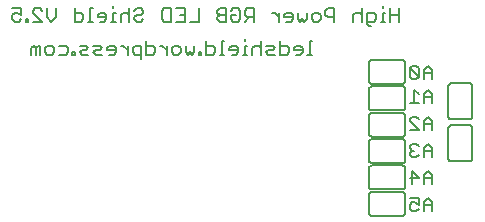
<source format=gbo>
G75*
G70*
%OFA0B0*%
%FSLAX24Y24*%
%IPPOS*%
%LPD*%
%AMOC8*
5,1,8,0,0,1.08239X$1,22.5*
%
%ADD10C,0.0060*%
D10*
X021120Y016473D02*
X021120Y017073D01*
X021122Y017090D01*
X021126Y017107D01*
X021133Y017123D01*
X021143Y017137D01*
X021156Y017150D01*
X021170Y017160D01*
X021186Y017167D01*
X021203Y017171D01*
X021220Y017173D01*
X022220Y017173D01*
X022220Y017253D02*
X021220Y017253D01*
X021203Y017255D01*
X021186Y017259D01*
X021170Y017266D01*
X021156Y017276D01*
X021143Y017289D01*
X021133Y017303D01*
X021126Y017319D01*
X021122Y017336D01*
X021120Y017353D01*
X021120Y017953D01*
X021122Y017970D01*
X021126Y017987D01*
X021133Y018003D01*
X021143Y018017D01*
X021156Y018030D01*
X021170Y018040D01*
X021186Y018047D01*
X021203Y018051D01*
X021220Y018053D01*
X022220Y018053D01*
X022220Y018133D02*
X021220Y018133D01*
X021203Y018135D01*
X021186Y018139D01*
X021170Y018146D01*
X021156Y018156D01*
X021143Y018169D01*
X021133Y018183D01*
X021126Y018199D01*
X021122Y018216D01*
X021120Y018233D01*
X021120Y018833D01*
X021122Y018850D01*
X021126Y018867D01*
X021133Y018883D01*
X021143Y018897D01*
X021156Y018910D01*
X021170Y018920D01*
X021186Y018927D01*
X021203Y018931D01*
X021220Y018933D01*
X022220Y018933D01*
X022220Y019013D02*
X021220Y019013D01*
X021203Y019015D01*
X021186Y019019D01*
X021170Y019026D01*
X021156Y019036D01*
X021143Y019049D01*
X021133Y019063D01*
X021126Y019079D01*
X021122Y019096D01*
X021120Y019113D01*
X021120Y019713D01*
X021122Y019730D01*
X021126Y019747D01*
X021133Y019763D01*
X021143Y019777D01*
X021156Y019790D01*
X021170Y019800D01*
X021186Y019807D01*
X021203Y019811D01*
X021220Y019813D01*
X022220Y019813D01*
X022220Y019893D02*
X021220Y019893D01*
X021203Y019895D01*
X021186Y019899D01*
X021170Y019906D01*
X021156Y019916D01*
X021143Y019929D01*
X021133Y019943D01*
X021126Y019959D01*
X021122Y019976D01*
X021120Y019993D01*
X021120Y020593D01*
X021122Y020610D01*
X021126Y020627D01*
X021133Y020643D01*
X021143Y020657D01*
X021156Y020670D01*
X021170Y020680D01*
X021186Y020687D01*
X021203Y020691D01*
X021220Y020693D01*
X022220Y020693D01*
X022220Y020773D02*
X021220Y020773D01*
X021203Y020775D01*
X021186Y020779D01*
X021170Y020786D01*
X021156Y020796D01*
X021143Y020809D01*
X021133Y020823D01*
X021126Y020839D01*
X021122Y020856D01*
X021120Y020873D01*
X021120Y021473D01*
X021122Y021490D01*
X021126Y021507D01*
X021133Y021523D01*
X021143Y021537D01*
X021156Y021550D01*
X021170Y021560D01*
X021186Y021567D01*
X021203Y021571D01*
X021220Y021573D01*
X022220Y021573D01*
X022237Y021571D01*
X022254Y021567D01*
X022270Y021560D01*
X022284Y021550D01*
X022297Y021537D01*
X022307Y021523D01*
X022314Y021507D01*
X022318Y021490D01*
X022320Y021473D01*
X022320Y020873D01*
X022318Y020856D01*
X022314Y020839D01*
X022307Y020823D01*
X022297Y020809D01*
X022284Y020796D01*
X022270Y020786D01*
X022254Y020779D01*
X022237Y020775D01*
X022220Y020773D01*
X022220Y020693D02*
X022237Y020691D01*
X022254Y020687D01*
X022270Y020680D01*
X022284Y020670D01*
X022297Y020657D01*
X022307Y020643D01*
X022314Y020627D01*
X022318Y020610D01*
X022320Y020593D01*
X022320Y019993D01*
X022318Y019976D01*
X022314Y019959D01*
X022307Y019943D01*
X022297Y019929D01*
X022284Y019916D01*
X022270Y019906D01*
X022254Y019899D01*
X022237Y019895D01*
X022220Y019893D01*
X022220Y019813D02*
X022237Y019811D01*
X022254Y019807D01*
X022270Y019800D01*
X022284Y019790D01*
X022297Y019777D01*
X022307Y019763D01*
X022314Y019747D01*
X022318Y019730D01*
X022320Y019713D01*
X022320Y019113D01*
X022318Y019096D01*
X022314Y019079D01*
X022307Y019063D01*
X022297Y019049D01*
X022284Y019036D01*
X022270Y019026D01*
X022254Y019019D01*
X022237Y019015D01*
X022220Y019013D01*
X022220Y018933D02*
X022237Y018931D01*
X022254Y018927D01*
X022270Y018920D01*
X022284Y018910D01*
X022297Y018897D01*
X022307Y018883D01*
X022314Y018867D01*
X022318Y018850D01*
X022320Y018833D01*
X022320Y018233D01*
X022318Y018216D01*
X022314Y018199D01*
X022307Y018183D01*
X022297Y018169D01*
X022284Y018156D01*
X022270Y018146D01*
X022254Y018139D01*
X022237Y018135D01*
X022220Y018133D01*
X022220Y018053D02*
X022237Y018051D01*
X022254Y018047D01*
X022270Y018040D01*
X022284Y018030D01*
X022297Y018017D01*
X022307Y018003D01*
X022314Y017987D01*
X022318Y017970D01*
X022320Y017953D01*
X022320Y017353D01*
X022318Y017336D01*
X022314Y017319D01*
X022307Y017303D01*
X022297Y017289D01*
X022284Y017276D01*
X022270Y017266D01*
X022254Y017259D01*
X022237Y017255D01*
X022220Y017253D01*
X022220Y017173D02*
X022237Y017171D01*
X022254Y017167D01*
X022270Y017160D01*
X022284Y017150D01*
X022297Y017137D01*
X022307Y017123D01*
X022314Y017107D01*
X022318Y017090D01*
X022320Y017073D01*
X022320Y016473D01*
X022318Y016456D01*
X022314Y016439D01*
X022307Y016423D01*
X022297Y016409D01*
X022284Y016396D01*
X022270Y016386D01*
X022254Y016379D01*
X022237Y016375D01*
X022220Y016373D01*
X021220Y016373D01*
X021203Y016375D01*
X021186Y016379D01*
X021170Y016386D01*
X021156Y016396D01*
X021143Y016409D01*
X021133Y016423D01*
X021126Y016439D01*
X021122Y016456D01*
X021120Y016473D01*
X022476Y016597D02*
X022549Y016523D01*
X022696Y016523D01*
X022769Y016597D01*
X022769Y016743D02*
X022622Y016817D01*
X022549Y016817D01*
X022476Y016743D01*
X022476Y016597D01*
X022769Y016743D02*
X022769Y016964D01*
X022476Y016964D01*
X022936Y016817D02*
X022936Y016523D01*
X022936Y016743D02*
X023230Y016743D01*
X023230Y016817D02*
X023083Y016964D01*
X022936Y016817D01*
X023230Y016817D02*
X023230Y016523D01*
X023230Y017423D02*
X023230Y017717D01*
X023083Y017864D01*
X022936Y017717D01*
X022936Y017423D01*
X022936Y017643D02*
X023230Y017643D01*
X022769Y017643D02*
X022476Y017643D01*
X022549Y017423D02*
X022549Y017864D01*
X022769Y017643D01*
X022696Y018323D02*
X022769Y018397D01*
X022696Y018323D02*
X022549Y018323D01*
X022476Y018397D01*
X022476Y018470D01*
X022549Y018543D01*
X022622Y018543D01*
X022549Y018543D02*
X022476Y018617D01*
X022476Y018690D01*
X022549Y018764D01*
X022696Y018764D01*
X022769Y018690D01*
X022936Y018617D02*
X022936Y018323D01*
X022936Y018543D02*
X023230Y018543D01*
X023230Y018617D02*
X023083Y018764D01*
X022936Y018617D01*
X023230Y018617D02*
X023230Y018323D01*
X023760Y018293D02*
X023760Y019293D01*
X023762Y019310D01*
X023766Y019327D01*
X023773Y019343D01*
X023783Y019357D01*
X023796Y019370D01*
X023810Y019380D01*
X023826Y019387D01*
X023843Y019391D01*
X023860Y019393D01*
X024460Y019393D01*
X024477Y019391D01*
X024494Y019387D01*
X024510Y019380D01*
X024524Y019370D01*
X024537Y019357D01*
X024547Y019343D01*
X024554Y019327D01*
X024558Y019310D01*
X024560Y019293D01*
X024560Y018293D01*
X024558Y018276D01*
X024554Y018259D01*
X024547Y018243D01*
X024537Y018229D01*
X024524Y018216D01*
X024510Y018206D01*
X024494Y018199D01*
X024477Y018195D01*
X024460Y018193D01*
X023860Y018193D01*
X023843Y018195D01*
X023826Y018199D01*
X023810Y018206D01*
X023796Y018216D01*
X023783Y018229D01*
X023773Y018243D01*
X023766Y018259D01*
X023762Y018276D01*
X023760Y018293D01*
X023230Y019223D02*
X023230Y019517D01*
X023083Y019664D01*
X022936Y019517D01*
X022936Y019223D01*
X022769Y019223D02*
X022476Y019517D01*
X022476Y019590D01*
X022549Y019664D01*
X022696Y019664D01*
X022769Y019590D01*
X022936Y019443D02*
X023230Y019443D01*
X022769Y019223D02*
X022476Y019223D01*
X022476Y020123D02*
X022769Y020123D01*
X022622Y020123D02*
X022622Y020564D01*
X022769Y020417D01*
X022936Y020417D02*
X022936Y020123D01*
X022936Y020343D02*
X023230Y020343D01*
X023230Y020417D02*
X023083Y020564D01*
X022936Y020417D01*
X023230Y020417D02*
X023230Y020123D01*
X023760Y019693D02*
X023760Y020693D01*
X023762Y020710D01*
X023766Y020727D01*
X023773Y020743D01*
X023783Y020757D01*
X023796Y020770D01*
X023810Y020780D01*
X023826Y020787D01*
X023843Y020791D01*
X023860Y020793D01*
X024460Y020793D01*
X024477Y020791D01*
X024494Y020787D01*
X024510Y020780D01*
X024524Y020770D01*
X024537Y020757D01*
X024547Y020743D01*
X024554Y020727D01*
X024558Y020710D01*
X024560Y020693D01*
X024560Y019693D01*
X024558Y019676D01*
X024554Y019659D01*
X024547Y019643D01*
X024537Y019629D01*
X024524Y019616D01*
X024510Y019606D01*
X024494Y019599D01*
X024477Y019595D01*
X024460Y019593D01*
X023860Y019593D01*
X023843Y019595D01*
X023826Y019599D01*
X023810Y019606D01*
X023796Y019616D01*
X023783Y019629D01*
X023773Y019643D01*
X023766Y019659D01*
X023762Y019676D01*
X023760Y019693D01*
X023230Y020923D02*
X023230Y021217D01*
X023083Y021364D01*
X022936Y021217D01*
X022936Y020923D01*
X022769Y020997D02*
X022476Y021290D01*
X022476Y020997D01*
X022549Y020923D01*
X022696Y020923D01*
X022769Y020997D01*
X022769Y021290D01*
X022696Y021364D01*
X022549Y021364D01*
X022476Y021290D01*
X022936Y021143D02*
X023230Y021143D01*
X022110Y022843D02*
X022110Y023284D01*
X022110Y023063D02*
X021816Y023063D01*
X021649Y023137D02*
X021576Y023137D01*
X021576Y022843D01*
X021649Y022843D02*
X021502Y022843D01*
X021342Y022917D02*
X021269Y022843D01*
X021049Y022843D01*
X021049Y022770D02*
X021049Y023137D01*
X021269Y023137D01*
X021342Y023063D01*
X021342Y022917D01*
X021195Y022697D02*
X021122Y022697D01*
X021049Y022770D01*
X020882Y022843D02*
X020882Y023284D01*
X020808Y023137D02*
X020662Y023137D01*
X020588Y023063D01*
X020588Y022843D01*
X020882Y023063D02*
X020808Y023137D01*
X021576Y023284D02*
X021576Y023357D01*
X021816Y023284D02*
X021816Y022843D01*
X019961Y022843D02*
X019961Y023284D01*
X019741Y023284D01*
X019667Y023210D01*
X019667Y023063D01*
X019741Y022990D01*
X019961Y022990D01*
X019501Y022917D02*
X019427Y022843D01*
X019280Y022843D01*
X019207Y022917D01*
X019207Y023063D01*
X019280Y023137D01*
X019427Y023137D01*
X019501Y023063D01*
X019501Y022917D01*
X019040Y022917D02*
X018967Y022843D01*
X018893Y022917D01*
X018820Y022843D01*
X018747Y022917D01*
X018747Y023137D01*
X018580Y023063D02*
X018506Y023137D01*
X018360Y023137D01*
X018286Y023063D01*
X018286Y022990D01*
X018580Y022990D01*
X018580Y022917D02*
X018580Y023063D01*
X018580Y022917D02*
X018506Y022843D01*
X018360Y022843D01*
X018119Y022843D02*
X018119Y023137D01*
X017973Y023137D02*
X017899Y023137D01*
X017973Y023137D02*
X018119Y022990D01*
X017275Y022990D02*
X017055Y022990D01*
X016982Y023063D01*
X016982Y023210D01*
X017055Y023284D01*
X017275Y023284D01*
X017275Y022843D01*
X017129Y022990D02*
X016982Y022843D01*
X016815Y022917D02*
X016815Y023210D01*
X016742Y023284D01*
X016595Y023284D01*
X016521Y023210D01*
X016521Y023063D02*
X016668Y023063D01*
X016521Y023063D02*
X016521Y022917D01*
X016595Y022843D01*
X016742Y022843D01*
X016815Y022917D01*
X016355Y022843D02*
X016355Y023284D01*
X016134Y023284D01*
X016061Y023210D01*
X016061Y023137D01*
X016134Y023063D01*
X016355Y023063D01*
X016355Y022843D02*
X016134Y022843D01*
X016061Y022917D01*
X016061Y022990D01*
X016134Y023063D01*
X015434Y022843D02*
X015140Y022843D01*
X014973Y022843D02*
X014973Y023284D01*
X014680Y023284D01*
X014513Y023284D02*
X014293Y023284D01*
X014219Y023210D01*
X014219Y022917D01*
X014293Y022843D01*
X014513Y022843D01*
X014513Y023284D01*
X014827Y023063D02*
X014973Y023063D01*
X014973Y022843D02*
X014680Y022843D01*
X015434Y022843D02*
X015434Y023284D01*
X015693Y022184D02*
X015693Y021743D01*
X015913Y021743D01*
X015987Y021817D01*
X015987Y021963D01*
X015913Y022037D01*
X015693Y022037D01*
X015526Y021817D02*
X015453Y021817D01*
X015453Y021743D01*
X015526Y021743D01*
X015526Y021817D01*
X015296Y021817D02*
X015296Y022037D01*
X015296Y021817D02*
X015223Y021743D01*
X015149Y021817D01*
X015076Y021743D01*
X015003Y021817D01*
X015003Y022037D01*
X014836Y021963D02*
X014836Y021817D01*
X014762Y021743D01*
X014616Y021743D01*
X014542Y021817D01*
X014542Y021963D01*
X014616Y022037D01*
X014762Y022037D01*
X014836Y021963D01*
X014375Y021890D02*
X014229Y022037D01*
X014155Y022037D01*
X013992Y021963D02*
X013992Y021817D01*
X013918Y021743D01*
X013698Y021743D01*
X013698Y022184D01*
X013698Y022037D02*
X013918Y022037D01*
X013992Y021963D01*
X014375Y022037D02*
X014375Y021743D01*
X013531Y021743D02*
X013311Y021743D01*
X013238Y021817D01*
X013238Y021963D01*
X013311Y022037D01*
X013531Y022037D01*
X013531Y021597D01*
X013071Y021743D02*
X013071Y022037D01*
X012924Y022037D02*
X012851Y022037D01*
X012924Y022037D02*
X013071Y021890D01*
X012687Y021890D02*
X012394Y021890D01*
X012394Y021963D01*
X012467Y022037D01*
X012614Y022037D01*
X012687Y021963D01*
X012687Y021817D01*
X012614Y021743D01*
X012467Y021743D01*
X012227Y021743D02*
X012007Y021743D01*
X011933Y021817D01*
X012007Y021890D01*
X012154Y021890D01*
X012227Y021963D01*
X012154Y022037D01*
X011933Y022037D01*
X011767Y021963D02*
X011693Y022037D01*
X011473Y022037D01*
X011546Y021890D02*
X011693Y021890D01*
X011767Y021963D01*
X011767Y021743D02*
X011546Y021743D01*
X011473Y021817D01*
X011546Y021890D01*
X011306Y021817D02*
X011233Y021817D01*
X011233Y021743D01*
X011306Y021743D01*
X011306Y021817D01*
X011076Y021817D02*
X011003Y021743D01*
X010782Y021743D01*
X010616Y021817D02*
X010616Y021963D01*
X010542Y022037D01*
X010395Y022037D01*
X010322Y021963D01*
X010322Y021817D01*
X010395Y021743D01*
X010542Y021743D01*
X010616Y021817D01*
X010782Y022037D02*
X011003Y022037D01*
X011076Y021963D01*
X011076Y021817D01*
X010155Y021743D02*
X010155Y022037D01*
X010082Y022037D01*
X010008Y021963D01*
X009935Y022037D01*
X009862Y021963D01*
X009862Y021743D01*
X010008Y021743D02*
X010008Y021963D01*
X009922Y022843D02*
X010216Y022843D01*
X009922Y023137D01*
X009922Y023210D01*
X009996Y023284D01*
X010143Y023284D01*
X010216Y023210D01*
X010383Y023284D02*
X010383Y022990D01*
X010530Y022843D01*
X010676Y022990D01*
X010676Y023284D01*
X011304Y023284D02*
X011304Y022843D01*
X011524Y022843D01*
X011597Y022917D01*
X011597Y023063D01*
X011524Y023137D01*
X011304Y023137D01*
X011757Y022843D02*
X011904Y022843D01*
X011831Y022843D02*
X011831Y023284D01*
X011904Y023284D01*
X012071Y023063D02*
X012071Y022990D01*
X012365Y022990D01*
X012365Y022917D02*
X012365Y023063D01*
X012291Y023137D01*
X012144Y023137D01*
X012071Y023063D01*
X012144Y022843D02*
X012291Y022843D01*
X012365Y022917D01*
X012525Y022843D02*
X012671Y022843D01*
X012598Y022843D02*
X012598Y023137D01*
X012671Y023137D01*
X012598Y023284D02*
X012598Y023357D01*
X012838Y023063D02*
X012838Y022843D01*
X012838Y023063D02*
X012912Y023137D01*
X013058Y023137D01*
X013132Y023063D01*
X013299Y022990D02*
X013299Y022917D01*
X013372Y022843D01*
X013519Y022843D01*
X013592Y022917D01*
X013519Y023063D02*
X013592Y023137D01*
X013592Y023210D01*
X013519Y023284D01*
X013372Y023284D01*
X013299Y023210D01*
X013372Y023063D02*
X013299Y022990D01*
X013372Y023063D02*
X013519Y023063D01*
X013132Y023284D02*
X013132Y022843D01*
X016220Y022184D02*
X016220Y021743D01*
X016147Y021743D02*
X016294Y021743D01*
X016461Y021890D02*
X016461Y021963D01*
X016534Y022037D01*
X016681Y022037D01*
X016754Y021963D01*
X016754Y021817D01*
X016681Y021743D01*
X016534Y021743D01*
X016461Y021890D02*
X016754Y021890D01*
X016914Y021743D02*
X017061Y021743D01*
X016988Y021743D02*
X016988Y022037D01*
X017061Y022037D01*
X016988Y022184D02*
X016988Y022257D01*
X017228Y021963D02*
X017228Y021743D01*
X017228Y021963D02*
X017301Y022037D01*
X017448Y022037D01*
X017521Y021963D01*
X017688Y022037D02*
X017908Y022037D01*
X017982Y021963D01*
X017908Y021890D01*
X017762Y021890D01*
X017688Y021817D01*
X017762Y021743D01*
X017982Y021743D01*
X018149Y021743D02*
X018149Y022184D01*
X018149Y022037D02*
X018369Y022037D01*
X018442Y021963D01*
X018442Y021817D01*
X018369Y021743D01*
X018149Y021743D01*
X018609Y021890D02*
X018609Y021963D01*
X018682Y022037D01*
X018829Y022037D01*
X018903Y021963D01*
X018903Y021817D01*
X018829Y021743D01*
X018682Y021743D01*
X018609Y021890D02*
X018903Y021890D01*
X019063Y021743D02*
X019210Y021743D01*
X019136Y021743D02*
X019136Y022184D01*
X019210Y022184D01*
X019040Y022917D02*
X019040Y023137D01*
X017521Y022184D02*
X017521Y021743D01*
X016294Y022184D02*
X016220Y022184D01*
X009756Y022843D02*
X009682Y022843D01*
X009682Y022917D01*
X009756Y022917D01*
X009756Y022843D01*
X009525Y022917D02*
X009452Y022843D01*
X009305Y022843D01*
X009232Y022917D01*
X009232Y023063D01*
X009305Y023137D01*
X009379Y023137D01*
X009525Y023063D01*
X009525Y023284D01*
X009232Y023284D01*
M02*

</source>
